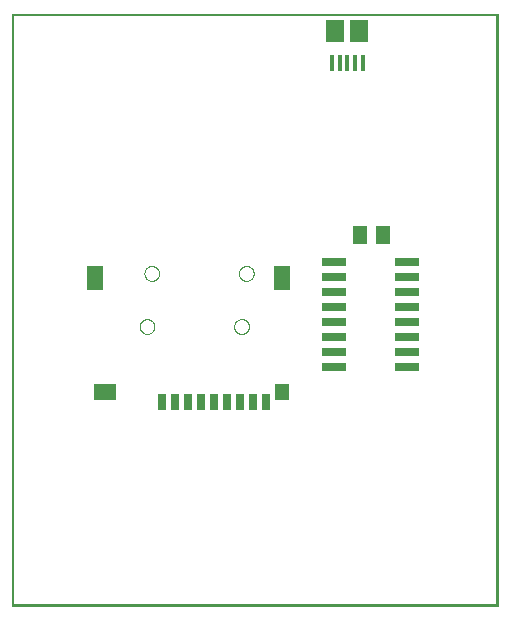
<source format=gtp>
G75*
%MOIN*%
%OFA0B0*%
%FSLAX25Y25*%
%IPPOS*%
%LPD*%
%AMOC8*
5,1,8,0,0,1.08239X$1,22.5*
%
%ADD10C,0.00000*%
%ADD11R,0.01575X0.05315*%
%ADD12R,0.05906X0.07480*%
%ADD13R,0.02756X0.05512*%
%ADD14R,0.05512X0.07874*%
%ADD15R,0.05039X0.05512*%
%ADD16R,0.07677X0.05512*%
%ADD17R,0.08000X0.02600*%
%ADD18R,0.05118X0.05906*%
%ADD19C,0.00500*%
D10*
X0020570Y0001467D02*
X0020570Y0198711D01*
X0182381Y0198711D01*
X0182381Y0001467D01*
X0020570Y0001467D01*
X0020570Y0001861D02*
X0181987Y0001861D01*
X0181987Y0009341D01*
X0094487Y0094578D02*
X0094489Y0094677D01*
X0094495Y0094776D01*
X0094505Y0094875D01*
X0094519Y0094973D01*
X0094537Y0095070D01*
X0094559Y0095167D01*
X0094584Y0095263D01*
X0094614Y0095357D01*
X0094647Y0095451D01*
X0094684Y0095543D01*
X0094725Y0095633D01*
X0094769Y0095722D01*
X0094817Y0095808D01*
X0094868Y0095893D01*
X0094923Y0095976D01*
X0094981Y0096056D01*
X0095042Y0096134D01*
X0095106Y0096210D01*
X0095173Y0096283D01*
X0095243Y0096353D01*
X0095316Y0096420D01*
X0095392Y0096484D01*
X0095470Y0096545D01*
X0095550Y0096603D01*
X0095633Y0096658D01*
X0095717Y0096709D01*
X0095804Y0096757D01*
X0095893Y0096801D01*
X0095983Y0096842D01*
X0096075Y0096879D01*
X0096169Y0096912D01*
X0096263Y0096942D01*
X0096359Y0096967D01*
X0096456Y0096989D01*
X0096553Y0097007D01*
X0096651Y0097021D01*
X0096750Y0097031D01*
X0096849Y0097037D01*
X0096948Y0097039D01*
X0097047Y0097037D01*
X0097146Y0097031D01*
X0097245Y0097021D01*
X0097343Y0097007D01*
X0097440Y0096989D01*
X0097537Y0096967D01*
X0097633Y0096942D01*
X0097727Y0096912D01*
X0097821Y0096879D01*
X0097913Y0096842D01*
X0098003Y0096801D01*
X0098092Y0096757D01*
X0098178Y0096709D01*
X0098263Y0096658D01*
X0098346Y0096603D01*
X0098426Y0096545D01*
X0098504Y0096484D01*
X0098580Y0096420D01*
X0098653Y0096353D01*
X0098723Y0096283D01*
X0098790Y0096210D01*
X0098854Y0096134D01*
X0098915Y0096056D01*
X0098973Y0095976D01*
X0099028Y0095893D01*
X0099079Y0095809D01*
X0099127Y0095722D01*
X0099171Y0095633D01*
X0099212Y0095543D01*
X0099249Y0095451D01*
X0099282Y0095357D01*
X0099312Y0095263D01*
X0099337Y0095167D01*
X0099359Y0095070D01*
X0099377Y0094973D01*
X0099391Y0094875D01*
X0099401Y0094776D01*
X0099407Y0094677D01*
X0099409Y0094578D01*
X0099407Y0094479D01*
X0099401Y0094380D01*
X0099391Y0094281D01*
X0099377Y0094183D01*
X0099359Y0094086D01*
X0099337Y0093989D01*
X0099312Y0093893D01*
X0099282Y0093799D01*
X0099249Y0093705D01*
X0099212Y0093613D01*
X0099171Y0093523D01*
X0099127Y0093434D01*
X0099079Y0093348D01*
X0099028Y0093263D01*
X0098973Y0093180D01*
X0098915Y0093100D01*
X0098854Y0093022D01*
X0098790Y0092946D01*
X0098723Y0092873D01*
X0098653Y0092803D01*
X0098580Y0092736D01*
X0098504Y0092672D01*
X0098426Y0092611D01*
X0098346Y0092553D01*
X0098263Y0092498D01*
X0098179Y0092447D01*
X0098092Y0092399D01*
X0098003Y0092355D01*
X0097913Y0092314D01*
X0097821Y0092277D01*
X0097727Y0092244D01*
X0097633Y0092214D01*
X0097537Y0092189D01*
X0097440Y0092167D01*
X0097343Y0092149D01*
X0097245Y0092135D01*
X0097146Y0092125D01*
X0097047Y0092119D01*
X0096948Y0092117D01*
X0096849Y0092119D01*
X0096750Y0092125D01*
X0096651Y0092135D01*
X0096553Y0092149D01*
X0096456Y0092167D01*
X0096359Y0092189D01*
X0096263Y0092214D01*
X0096169Y0092244D01*
X0096075Y0092277D01*
X0095983Y0092314D01*
X0095893Y0092355D01*
X0095804Y0092399D01*
X0095718Y0092447D01*
X0095633Y0092498D01*
X0095550Y0092553D01*
X0095470Y0092611D01*
X0095392Y0092672D01*
X0095316Y0092736D01*
X0095243Y0092803D01*
X0095173Y0092873D01*
X0095106Y0092946D01*
X0095042Y0093022D01*
X0094981Y0093100D01*
X0094923Y0093180D01*
X0094868Y0093263D01*
X0094817Y0093347D01*
X0094769Y0093434D01*
X0094725Y0093523D01*
X0094684Y0093613D01*
X0094647Y0093705D01*
X0094614Y0093799D01*
X0094584Y0093893D01*
X0094559Y0093989D01*
X0094537Y0094086D01*
X0094519Y0094183D01*
X0094505Y0094281D01*
X0094495Y0094380D01*
X0094489Y0094479D01*
X0094487Y0094578D01*
X0096061Y0112294D02*
X0096063Y0112393D01*
X0096069Y0112492D01*
X0096079Y0112591D01*
X0096093Y0112689D01*
X0096111Y0112786D01*
X0096133Y0112883D01*
X0096158Y0112979D01*
X0096188Y0113073D01*
X0096221Y0113167D01*
X0096258Y0113259D01*
X0096299Y0113349D01*
X0096343Y0113438D01*
X0096391Y0113524D01*
X0096442Y0113609D01*
X0096497Y0113692D01*
X0096555Y0113772D01*
X0096616Y0113850D01*
X0096680Y0113926D01*
X0096747Y0113999D01*
X0096817Y0114069D01*
X0096890Y0114136D01*
X0096966Y0114200D01*
X0097044Y0114261D01*
X0097124Y0114319D01*
X0097207Y0114374D01*
X0097291Y0114425D01*
X0097378Y0114473D01*
X0097467Y0114517D01*
X0097557Y0114558D01*
X0097649Y0114595D01*
X0097743Y0114628D01*
X0097837Y0114658D01*
X0097933Y0114683D01*
X0098030Y0114705D01*
X0098127Y0114723D01*
X0098225Y0114737D01*
X0098324Y0114747D01*
X0098423Y0114753D01*
X0098522Y0114755D01*
X0098621Y0114753D01*
X0098720Y0114747D01*
X0098819Y0114737D01*
X0098917Y0114723D01*
X0099014Y0114705D01*
X0099111Y0114683D01*
X0099207Y0114658D01*
X0099301Y0114628D01*
X0099395Y0114595D01*
X0099487Y0114558D01*
X0099577Y0114517D01*
X0099666Y0114473D01*
X0099752Y0114425D01*
X0099837Y0114374D01*
X0099920Y0114319D01*
X0100000Y0114261D01*
X0100078Y0114200D01*
X0100154Y0114136D01*
X0100227Y0114069D01*
X0100297Y0113999D01*
X0100364Y0113926D01*
X0100428Y0113850D01*
X0100489Y0113772D01*
X0100547Y0113692D01*
X0100602Y0113609D01*
X0100653Y0113525D01*
X0100701Y0113438D01*
X0100745Y0113349D01*
X0100786Y0113259D01*
X0100823Y0113167D01*
X0100856Y0113073D01*
X0100886Y0112979D01*
X0100911Y0112883D01*
X0100933Y0112786D01*
X0100951Y0112689D01*
X0100965Y0112591D01*
X0100975Y0112492D01*
X0100981Y0112393D01*
X0100983Y0112294D01*
X0100981Y0112195D01*
X0100975Y0112096D01*
X0100965Y0111997D01*
X0100951Y0111899D01*
X0100933Y0111802D01*
X0100911Y0111705D01*
X0100886Y0111609D01*
X0100856Y0111515D01*
X0100823Y0111421D01*
X0100786Y0111329D01*
X0100745Y0111239D01*
X0100701Y0111150D01*
X0100653Y0111064D01*
X0100602Y0110979D01*
X0100547Y0110896D01*
X0100489Y0110816D01*
X0100428Y0110738D01*
X0100364Y0110662D01*
X0100297Y0110589D01*
X0100227Y0110519D01*
X0100154Y0110452D01*
X0100078Y0110388D01*
X0100000Y0110327D01*
X0099920Y0110269D01*
X0099837Y0110214D01*
X0099753Y0110163D01*
X0099666Y0110115D01*
X0099577Y0110071D01*
X0099487Y0110030D01*
X0099395Y0109993D01*
X0099301Y0109960D01*
X0099207Y0109930D01*
X0099111Y0109905D01*
X0099014Y0109883D01*
X0098917Y0109865D01*
X0098819Y0109851D01*
X0098720Y0109841D01*
X0098621Y0109835D01*
X0098522Y0109833D01*
X0098423Y0109835D01*
X0098324Y0109841D01*
X0098225Y0109851D01*
X0098127Y0109865D01*
X0098030Y0109883D01*
X0097933Y0109905D01*
X0097837Y0109930D01*
X0097743Y0109960D01*
X0097649Y0109993D01*
X0097557Y0110030D01*
X0097467Y0110071D01*
X0097378Y0110115D01*
X0097292Y0110163D01*
X0097207Y0110214D01*
X0097124Y0110269D01*
X0097044Y0110327D01*
X0096966Y0110388D01*
X0096890Y0110452D01*
X0096817Y0110519D01*
X0096747Y0110589D01*
X0096680Y0110662D01*
X0096616Y0110738D01*
X0096555Y0110816D01*
X0096497Y0110896D01*
X0096442Y0110979D01*
X0096391Y0111063D01*
X0096343Y0111150D01*
X0096299Y0111239D01*
X0096258Y0111329D01*
X0096221Y0111421D01*
X0096188Y0111515D01*
X0096158Y0111609D01*
X0096133Y0111705D01*
X0096111Y0111802D01*
X0096093Y0111899D01*
X0096079Y0111997D01*
X0096069Y0112096D01*
X0096063Y0112195D01*
X0096061Y0112294D01*
X0064565Y0112294D02*
X0064567Y0112393D01*
X0064573Y0112492D01*
X0064583Y0112591D01*
X0064597Y0112689D01*
X0064615Y0112786D01*
X0064637Y0112883D01*
X0064662Y0112979D01*
X0064692Y0113073D01*
X0064725Y0113167D01*
X0064762Y0113259D01*
X0064803Y0113349D01*
X0064847Y0113438D01*
X0064895Y0113524D01*
X0064946Y0113609D01*
X0065001Y0113692D01*
X0065059Y0113772D01*
X0065120Y0113850D01*
X0065184Y0113926D01*
X0065251Y0113999D01*
X0065321Y0114069D01*
X0065394Y0114136D01*
X0065470Y0114200D01*
X0065548Y0114261D01*
X0065628Y0114319D01*
X0065711Y0114374D01*
X0065795Y0114425D01*
X0065882Y0114473D01*
X0065971Y0114517D01*
X0066061Y0114558D01*
X0066153Y0114595D01*
X0066247Y0114628D01*
X0066341Y0114658D01*
X0066437Y0114683D01*
X0066534Y0114705D01*
X0066631Y0114723D01*
X0066729Y0114737D01*
X0066828Y0114747D01*
X0066927Y0114753D01*
X0067026Y0114755D01*
X0067125Y0114753D01*
X0067224Y0114747D01*
X0067323Y0114737D01*
X0067421Y0114723D01*
X0067518Y0114705D01*
X0067615Y0114683D01*
X0067711Y0114658D01*
X0067805Y0114628D01*
X0067899Y0114595D01*
X0067991Y0114558D01*
X0068081Y0114517D01*
X0068170Y0114473D01*
X0068256Y0114425D01*
X0068341Y0114374D01*
X0068424Y0114319D01*
X0068504Y0114261D01*
X0068582Y0114200D01*
X0068658Y0114136D01*
X0068731Y0114069D01*
X0068801Y0113999D01*
X0068868Y0113926D01*
X0068932Y0113850D01*
X0068993Y0113772D01*
X0069051Y0113692D01*
X0069106Y0113609D01*
X0069157Y0113525D01*
X0069205Y0113438D01*
X0069249Y0113349D01*
X0069290Y0113259D01*
X0069327Y0113167D01*
X0069360Y0113073D01*
X0069390Y0112979D01*
X0069415Y0112883D01*
X0069437Y0112786D01*
X0069455Y0112689D01*
X0069469Y0112591D01*
X0069479Y0112492D01*
X0069485Y0112393D01*
X0069487Y0112294D01*
X0069485Y0112195D01*
X0069479Y0112096D01*
X0069469Y0111997D01*
X0069455Y0111899D01*
X0069437Y0111802D01*
X0069415Y0111705D01*
X0069390Y0111609D01*
X0069360Y0111515D01*
X0069327Y0111421D01*
X0069290Y0111329D01*
X0069249Y0111239D01*
X0069205Y0111150D01*
X0069157Y0111064D01*
X0069106Y0110979D01*
X0069051Y0110896D01*
X0068993Y0110816D01*
X0068932Y0110738D01*
X0068868Y0110662D01*
X0068801Y0110589D01*
X0068731Y0110519D01*
X0068658Y0110452D01*
X0068582Y0110388D01*
X0068504Y0110327D01*
X0068424Y0110269D01*
X0068341Y0110214D01*
X0068257Y0110163D01*
X0068170Y0110115D01*
X0068081Y0110071D01*
X0067991Y0110030D01*
X0067899Y0109993D01*
X0067805Y0109960D01*
X0067711Y0109930D01*
X0067615Y0109905D01*
X0067518Y0109883D01*
X0067421Y0109865D01*
X0067323Y0109851D01*
X0067224Y0109841D01*
X0067125Y0109835D01*
X0067026Y0109833D01*
X0066927Y0109835D01*
X0066828Y0109841D01*
X0066729Y0109851D01*
X0066631Y0109865D01*
X0066534Y0109883D01*
X0066437Y0109905D01*
X0066341Y0109930D01*
X0066247Y0109960D01*
X0066153Y0109993D01*
X0066061Y0110030D01*
X0065971Y0110071D01*
X0065882Y0110115D01*
X0065796Y0110163D01*
X0065711Y0110214D01*
X0065628Y0110269D01*
X0065548Y0110327D01*
X0065470Y0110388D01*
X0065394Y0110452D01*
X0065321Y0110519D01*
X0065251Y0110589D01*
X0065184Y0110662D01*
X0065120Y0110738D01*
X0065059Y0110816D01*
X0065001Y0110896D01*
X0064946Y0110979D01*
X0064895Y0111063D01*
X0064847Y0111150D01*
X0064803Y0111239D01*
X0064762Y0111329D01*
X0064725Y0111421D01*
X0064692Y0111515D01*
X0064662Y0111609D01*
X0064637Y0111705D01*
X0064615Y0111802D01*
X0064597Y0111899D01*
X0064583Y0111997D01*
X0064573Y0112096D01*
X0064567Y0112195D01*
X0064565Y0112294D01*
X0062990Y0094578D02*
X0062992Y0094677D01*
X0062998Y0094776D01*
X0063008Y0094875D01*
X0063022Y0094973D01*
X0063040Y0095070D01*
X0063062Y0095167D01*
X0063087Y0095263D01*
X0063117Y0095357D01*
X0063150Y0095451D01*
X0063187Y0095543D01*
X0063228Y0095633D01*
X0063272Y0095722D01*
X0063320Y0095808D01*
X0063371Y0095893D01*
X0063426Y0095976D01*
X0063484Y0096056D01*
X0063545Y0096134D01*
X0063609Y0096210D01*
X0063676Y0096283D01*
X0063746Y0096353D01*
X0063819Y0096420D01*
X0063895Y0096484D01*
X0063973Y0096545D01*
X0064053Y0096603D01*
X0064136Y0096658D01*
X0064220Y0096709D01*
X0064307Y0096757D01*
X0064396Y0096801D01*
X0064486Y0096842D01*
X0064578Y0096879D01*
X0064672Y0096912D01*
X0064766Y0096942D01*
X0064862Y0096967D01*
X0064959Y0096989D01*
X0065056Y0097007D01*
X0065154Y0097021D01*
X0065253Y0097031D01*
X0065352Y0097037D01*
X0065451Y0097039D01*
X0065550Y0097037D01*
X0065649Y0097031D01*
X0065748Y0097021D01*
X0065846Y0097007D01*
X0065943Y0096989D01*
X0066040Y0096967D01*
X0066136Y0096942D01*
X0066230Y0096912D01*
X0066324Y0096879D01*
X0066416Y0096842D01*
X0066506Y0096801D01*
X0066595Y0096757D01*
X0066681Y0096709D01*
X0066766Y0096658D01*
X0066849Y0096603D01*
X0066929Y0096545D01*
X0067007Y0096484D01*
X0067083Y0096420D01*
X0067156Y0096353D01*
X0067226Y0096283D01*
X0067293Y0096210D01*
X0067357Y0096134D01*
X0067418Y0096056D01*
X0067476Y0095976D01*
X0067531Y0095893D01*
X0067582Y0095809D01*
X0067630Y0095722D01*
X0067674Y0095633D01*
X0067715Y0095543D01*
X0067752Y0095451D01*
X0067785Y0095357D01*
X0067815Y0095263D01*
X0067840Y0095167D01*
X0067862Y0095070D01*
X0067880Y0094973D01*
X0067894Y0094875D01*
X0067904Y0094776D01*
X0067910Y0094677D01*
X0067912Y0094578D01*
X0067910Y0094479D01*
X0067904Y0094380D01*
X0067894Y0094281D01*
X0067880Y0094183D01*
X0067862Y0094086D01*
X0067840Y0093989D01*
X0067815Y0093893D01*
X0067785Y0093799D01*
X0067752Y0093705D01*
X0067715Y0093613D01*
X0067674Y0093523D01*
X0067630Y0093434D01*
X0067582Y0093348D01*
X0067531Y0093263D01*
X0067476Y0093180D01*
X0067418Y0093100D01*
X0067357Y0093022D01*
X0067293Y0092946D01*
X0067226Y0092873D01*
X0067156Y0092803D01*
X0067083Y0092736D01*
X0067007Y0092672D01*
X0066929Y0092611D01*
X0066849Y0092553D01*
X0066766Y0092498D01*
X0066682Y0092447D01*
X0066595Y0092399D01*
X0066506Y0092355D01*
X0066416Y0092314D01*
X0066324Y0092277D01*
X0066230Y0092244D01*
X0066136Y0092214D01*
X0066040Y0092189D01*
X0065943Y0092167D01*
X0065846Y0092149D01*
X0065748Y0092135D01*
X0065649Y0092125D01*
X0065550Y0092119D01*
X0065451Y0092117D01*
X0065352Y0092119D01*
X0065253Y0092125D01*
X0065154Y0092135D01*
X0065056Y0092149D01*
X0064959Y0092167D01*
X0064862Y0092189D01*
X0064766Y0092214D01*
X0064672Y0092244D01*
X0064578Y0092277D01*
X0064486Y0092314D01*
X0064396Y0092355D01*
X0064307Y0092399D01*
X0064221Y0092447D01*
X0064136Y0092498D01*
X0064053Y0092553D01*
X0063973Y0092611D01*
X0063895Y0092672D01*
X0063819Y0092736D01*
X0063746Y0092803D01*
X0063676Y0092873D01*
X0063609Y0092946D01*
X0063545Y0093022D01*
X0063484Y0093100D01*
X0063426Y0093180D01*
X0063371Y0093263D01*
X0063320Y0093347D01*
X0063272Y0093434D01*
X0063228Y0093523D01*
X0063187Y0093613D01*
X0063150Y0093705D01*
X0063117Y0093799D01*
X0063087Y0093893D01*
X0063062Y0093989D01*
X0063040Y0094086D01*
X0063022Y0094183D01*
X0063008Y0094281D01*
X0062998Y0094380D01*
X0062992Y0094479D01*
X0062990Y0094578D01*
D11*
X0127066Y0182471D03*
X0129625Y0182471D03*
X0132184Y0182471D03*
X0134743Y0182471D03*
X0137302Y0182471D03*
D12*
X0136121Y0193003D03*
X0128247Y0192963D03*
D13*
X0105215Y0069499D03*
X0100885Y0069499D03*
X0096554Y0069499D03*
X0092223Y0069499D03*
X0087892Y0069499D03*
X0083562Y0069499D03*
X0079231Y0069499D03*
X0074900Y0069499D03*
X0070570Y0069499D03*
D14*
X0048129Y0110719D03*
X0110333Y0110719D03*
D15*
X0110570Y0072924D03*
D16*
X0051573Y0072924D03*
D17*
X0127761Y0081211D03*
X0127761Y0086211D03*
X0127761Y0091211D03*
X0127761Y0096211D03*
X0127761Y0101211D03*
X0127761Y0106211D03*
X0127761Y0111211D03*
X0127761Y0116211D03*
X0151961Y0116211D03*
X0151961Y0111211D03*
X0151961Y0106211D03*
X0151961Y0101211D03*
X0151961Y0096211D03*
X0151961Y0091211D03*
X0151961Y0086211D03*
X0151961Y0081211D03*
D18*
X0143995Y0125089D03*
X0136514Y0125089D03*
D19*
X0182144Y0198475D02*
X0020727Y0198475D01*
X0020727Y0001625D01*
X0182144Y0001625D01*
X0182144Y0198475D01*
M02*

</source>
